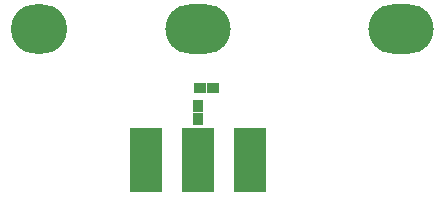
<source format=gbr>
G04 #@! TF.FileFunction,Soldermask,Top*
%FSLAX46Y46*%
G04 Gerber Fmt 4.6, Leading zero omitted, Abs format (unit mm)*
G04 Created by KiCad (PCBNEW 4.0.5) date 05/07/17 17:09:00*
%MOMM*%
%LPD*%
G01*
G04 APERTURE LIST*
%ADD10C,0.100000*%
%ADD11R,2.690000X5.480000*%
%ADD12R,2.820000X5.480000*%
%ADD13O,5.530000X4.180000*%
%ADD14O,4.770000X4.180000*%
%ADD15R,1.000000X0.900000*%
%ADD16R,0.900000X1.000000*%
G04 APERTURE END LIST*
D10*
D11*
X26100000Y2700000D03*
D12*
X21720000Y2700000D03*
X30480000Y2700000D03*
D13*
X43301100Y13796400D03*
X26101100Y13796400D03*
D14*
X12601100Y13796400D03*
D15*
X26265000Y8755000D03*
X27365000Y8755000D03*
D16*
X26103800Y7273000D03*
X26103800Y6173000D03*
M02*

</source>
